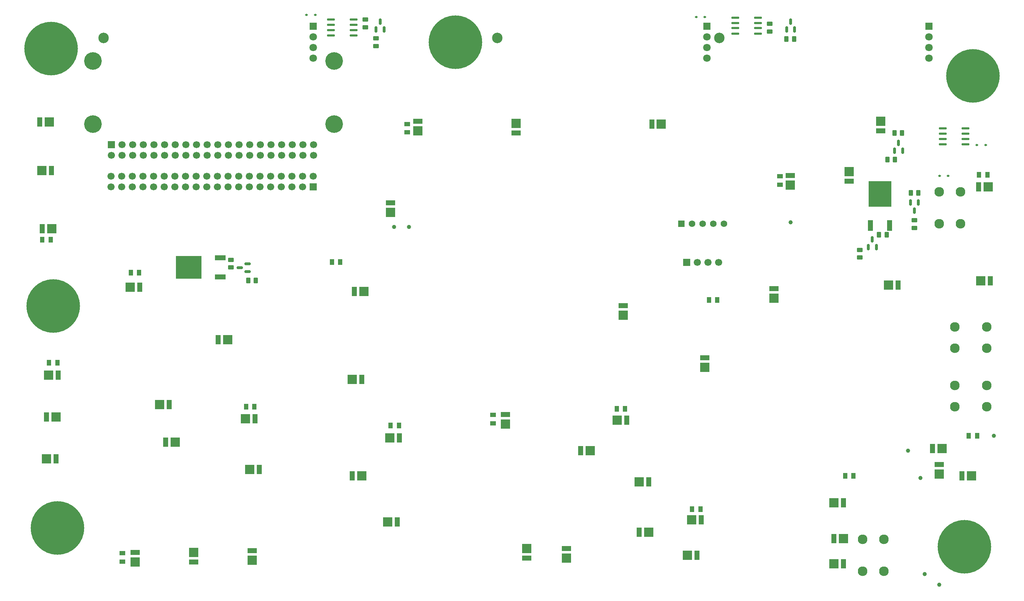
<source format=gbr>
%TF.GenerationSoftware,KiCad,Pcbnew,9.0.2*%
%TF.CreationDate,2025-06-06T12:43:53-05:00*%
%TF.ProjectId,MothBox,4d6f7468-426f-4782-9e6b-696361645f70,5.0.0*%
%TF.SameCoordinates,Original*%
%TF.FileFunction,Soldermask,Top*%
%TF.FilePolarity,Negative*%
%FSLAX46Y46*%
G04 Gerber Fmt 4.6, Leading zero omitted, Abs format (unit mm)*
G04 Created by KiCad (PCBNEW 9.0.2) date 2025-06-06 12:43:53*
%MOMM*%
%LPD*%
G01*
G04 APERTURE LIST*
G04 Aperture macros list*
%AMRoundRect*
0 Rectangle with rounded corners*
0 $1 Rounding radius*
0 $2 $3 $4 $5 $6 $7 $8 $9 X,Y pos of 4 corners*
0 Add a 4 corners polygon primitive as box body*
4,1,4,$2,$3,$4,$5,$6,$7,$8,$9,$2,$3,0*
0 Add four circle primitives for the rounded corners*
1,1,$1+$1,$2,$3*
1,1,$1+$1,$4,$5*
1,1,$1+$1,$6,$7*
1,1,$1+$1,$8,$9*
0 Add four rect primitives between the rounded corners*
20,1,$1+$1,$2,$3,$4,$5,0*
20,1,$1+$1,$4,$5,$6,$7,0*
20,1,$1+$1,$6,$7,$8,$9,0*
20,1,$1+$1,$8,$9,$2,$3,0*%
G04 Aperture macros list end*
%ADD10O,1.950000X0.570000*%
%ADD11R,1.270000X2.540000*%
%ADD12R,5.400000X6.100000*%
%ADD13R,2.540000X1.270000*%
%ADD14R,6.100000X5.400000*%
%ADD15C,1.000000*%
%ADD16C,4.204000*%
%ADD17C,12.800000*%
%ADD18C,2.500000*%
%ADD19C,1.800000*%
%ADD20R,1.800000X1.800000*%
%ADD21R,2.200000X2.200000*%
%ADD22R,2.200000X1.250000*%
%ADD23R,1.130000X1.380000*%
%ADD24R,1.250000X2.200000*%
%ADD25R,1.380000X1.130000*%
%ADD26R,1.700000X1.700000*%
%ADD27C,1.700000*%
%ADD28C,2.300000*%
%ADD29RoundRect,0.150000X0.150000X-0.587500X0.150000X0.587500X-0.150000X0.587500X-0.150000X-0.587500X0*%
%ADD30RoundRect,0.250000X-0.450000X0.262500X-0.450000X-0.262500X0.450000X-0.262500X0.450000X0.262500X0*%
%ADD31RoundRect,0.250000X-0.262500X-0.450000X0.262500X-0.450000X0.262500X0.450000X-0.262500X0.450000X0*%
%ADD32RoundRect,0.150000X-0.150000X0.587500X-0.150000X-0.587500X0.150000X-0.587500X0.150000X0.587500X0*%
%ADD33RoundRect,0.250000X0.262500X0.450000X-0.262500X0.450000X-0.262500X-0.450000X0.262500X-0.450000X0*%
%ADD34RoundRect,0.112500X0.187500X0.112500X-0.187500X0.112500X-0.187500X-0.112500X0.187500X-0.112500X0*%
%ADD35RoundRect,0.112500X-0.187500X-0.112500X0.187500X-0.112500X0.187500X0.112500X-0.187500X0.112500X0*%
%ADD36C,1.570000*%
%ADD37R,1.570000X1.570000*%
%ADD38RoundRect,0.250000X0.450000X-0.262500X0.450000X0.262500X-0.450000X0.262500X-0.450000X-0.262500X0*%
%ADD39RoundRect,0.150000X0.587500X0.150000X-0.587500X0.150000X-0.587500X-0.150000X0.587500X-0.150000X0*%
G04 APERTURE END LIST*
D10*
%TO.C,U12*%
X1790000Y33634329D03*
X1790000Y32364329D03*
X1790000Y31104329D03*
X1790000Y29824329D03*
X7210000Y33634329D03*
X7210000Y32364329D03*
X7210000Y31104329D03*
X7210000Y29824329D03*
%TD*%
%TO.C,U11*%
X103710000Y30324329D03*
X103710000Y31604329D03*
X103710000Y32864329D03*
X103710000Y34134329D03*
X98290000Y30324329D03*
X98290000Y31604329D03*
X98290000Y32864329D03*
X98290000Y34134329D03*
%TD*%
%TO.C,U10*%
X147790000Y7644329D03*
X147790000Y6364329D03*
X147790000Y5104329D03*
X147790000Y3834329D03*
X153210000Y7644329D03*
X153210000Y6364329D03*
X153210000Y5104329D03*
X153210000Y3834329D03*
%TD*%
D11*
%TO.C,Q7*%
X130515000Y-15505671D03*
D12*
X132805000Y-8005671D03*
D11*
X135095000Y-15495671D03*
%TD*%
D13*
%TO.C,Q5*%
X-24660000Y-27803171D03*
D14*
X-32160000Y-25513171D03*
D13*
X-24670000Y-23223171D03*
%TD*%
D15*
%TO.C,TP8*%
X20400000Y-15865671D03*
%TD*%
%TO.C,TP7*%
X16850000Y-15865671D03*
%TD*%
D16*
%TO.C,U18*%
X-55000000Y8734329D03*
X2500000Y8734329D03*
X-55000000Y23734329D03*
X2500000Y23734329D03*
%TD*%
D17*
%TO.C,H8*%
X-64500000Y-34765671D03*
%TD*%
%TO.C,H6*%
X-63500000Y-87765671D03*
%TD*%
%TO.C,H5*%
X153000000Y-92265671D03*
%TD*%
%TO.C,H3*%
X155000000Y20234329D03*
%TD*%
%TO.C,H2*%
X31500000Y28234329D03*
%TD*%
%TO.C,H1*%
X-65000000Y26734329D03*
%TD*%
D18*
%TO.C,A3*%
X-52500000Y29234329D03*
D19*
X-2500000Y24424329D03*
X-2500000Y26964329D03*
X-2500000Y29504329D03*
D20*
X-2500000Y32044329D03*
%TD*%
D18*
%TO.C,A2*%
X94500000Y29234329D03*
D19*
X144500000Y24424329D03*
X144500000Y26964329D03*
X144500000Y29504329D03*
D20*
X144500000Y32044329D03*
%TD*%
D18*
%TO.C,A1*%
X41500000Y29234329D03*
D19*
X91500000Y24424329D03*
X91500000Y26964329D03*
X91500000Y29504329D03*
D20*
X91500000Y32044329D03*
%TD*%
D21*
%TO.C,LED11*%
X133000000Y9374329D03*
D22*
X133000000Y7094329D03*
%TD*%
D15*
%TO.C,TP6*%
X160000000Y-65765671D03*
%TD*%
%TO.C,TP5*%
X111500000Y-14765671D03*
%TD*%
D23*
%TO.C,R53*%
X-65120000Y-18895671D03*
X-67120000Y-18895671D03*
%TD*%
D24*
%TO.C,LED47*%
X-67140000Y-16265671D03*
D21*
X-64860000Y-16265671D03*
%TD*%
D24*
%TO.C,LED48*%
X-64980000Y-2395671D03*
D21*
X-67260000Y-2395671D03*
%TD*%
%TO.C,LED49*%
X-65480000Y9234329D03*
D24*
X-67760000Y9234329D03*
%TD*%
D21*
%TO.C,LED14*%
X46000000Y8874329D03*
D22*
X46000000Y6594329D03*
%TD*%
D23*
%TO.C,R3*%
X92000000Y-33265671D03*
X94000000Y-33265671D03*
%TD*%
D22*
%TO.C,LED8*%
X91000000Y-47125671D03*
D21*
X91000000Y-49405671D03*
%TD*%
D22*
%TO.C,LED7*%
X71500000Y-34625671D03*
D21*
X71500000Y-36905671D03*
%TD*%
D22*
%TO.C,LED6*%
X107500000Y-30625671D03*
D21*
X107500000Y-32905671D03*
%TD*%
D22*
%TO.C,LED10*%
X125500000Y-4905671D03*
D21*
X125500000Y-2625671D03*
%TD*%
D25*
%TO.C,R6*%
X109000000Y-5765671D03*
X109000000Y-3765671D03*
%TD*%
D22*
%TO.C,LED9*%
X111450000Y-3625671D03*
D21*
X111450000Y-5905671D03*
%TD*%
D24*
%TO.C,LED15*%
X78360000Y8734329D03*
D21*
X80640000Y8734329D03*
%TD*%
D22*
%TO.C,LED13*%
X22500000Y9374329D03*
D21*
X22500000Y7094329D03*
%TD*%
D25*
%TO.C,R7*%
X20000000Y6734329D03*
X20000000Y8734329D03*
%TD*%
D26*
%TO.C,U5*%
X-2500000Y-6265671D03*
D27*
X-2500000Y-3725671D03*
X-5040000Y-6265671D03*
X-5040000Y-3725671D03*
X-7580000Y-6265671D03*
X-7580000Y-3725671D03*
X-10120000Y-6265671D03*
X-10120000Y-3725671D03*
X-12660000Y-6265671D03*
X-12660000Y-3725671D03*
X-15200000Y-6265671D03*
X-15200000Y-3725671D03*
X-17740000Y-6265671D03*
X-17740000Y-3725671D03*
X-20280000Y-6265671D03*
X-20280000Y-3725671D03*
X-22820000Y-6265671D03*
X-22820000Y-3725671D03*
X-25360000Y-6265671D03*
X-25360000Y-3725671D03*
X-27900000Y-6265671D03*
X-27900000Y-3725671D03*
X-30440000Y-6265671D03*
X-30440000Y-3725671D03*
X-32980000Y-6265671D03*
X-32980000Y-3725671D03*
X-35520000Y-6265671D03*
X-35520000Y-3725671D03*
X-38060000Y-6265671D03*
X-38060000Y-3725671D03*
X-40600000Y-6265671D03*
X-40600000Y-3725671D03*
X-43140000Y-6265671D03*
X-43140000Y-3725671D03*
X-45680000Y-6265671D03*
X-45680000Y-3725671D03*
X-48220000Y-6265671D03*
X-48220000Y-3725671D03*
X-50760000Y-6265671D03*
X-50760000Y-3725671D03*
%TD*%
D26*
%TO.C,U16*%
X-50630000Y3786829D03*
D27*
X-50630000Y1246829D03*
X-48090000Y3786829D03*
X-48090000Y1246829D03*
X-45550000Y3786829D03*
X-45550000Y1246829D03*
X-43010000Y3786829D03*
X-43010000Y1246829D03*
X-40470000Y3786829D03*
X-40470000Y1246829D03*
X-37930000Y3786829D03*
X-37930000Y1246829D03*
X-35390000Y3786829D03*
X-35390000Y1246829D03*
X-32850000Y3786829D03*
X-32850000Y1246829D03*
X-30310000Y3786829D03*
X-30310000Y1246829D03*
X-27770000Y3786829D03*
X-27770000Y1246829D03*
X-25230000Y3786829D03*
X-25230000Y1246829D03*
X-22690000Y3786829D03*
X-22690000Y1246829D03*
X-20150000Y3786829D03*
X-20150000Y1246829D03*
X-17610000Y3786829D03*
X-17610000Y1246829D03*
X-15070000Y3786829D03*
X-15070000Y1246829D03*
X-12530000Y3786829D03*
X-12530000Y1246829D03*
X-9990000Y3786829D03*
X-9990000Y1246829D03*
X-7450000Y3786829D03*
X-7450000Y1246829D03*
X-4910000Y3786829D03*
X-4910000Y1246829D03*
X-2370000Y3786829D03*
X-2370000Y1246829D03*
%TD*%
D28*
%TO.C,P2*%
X150660000Y-39725671D03*
X158280000Y-39725671D03*
X150660000Y-44805671D03*
X158280000Y-44805671D03*
%TD*%
%TO.C,P3*%
X150660000Y-53725671D03*
X158280000Y-53725671D03*
X150660000Y-58805671D03*
X158280000Y-58805671D03*
%TD*%
%TO.C,P4*%
X146960000Y-15075671D03*
X146960000Y-7455671D03*
X152040000Y-15075671D03*
X152040000Y-7455671D03*
%TD*%
%TO.C,P1*%
X133780000Y-90425671D03*
X133780000Y-98045671D03*
X128700000Y-90425671D03*
X128700000Y-98045671D03*
%TD*%
D15*
%TO.C,TP4*%
X142500000Y-75765671D03*
%TD*%
D21*
%TO.C,LED1*%
X-31000000Y-93625671D03*
D22*
X-31000000Y-95905671D03*
%TD*%
D21*
%TO.C,LED2*%
X-17000000Y-95405671D03*
D22*
X-17000000Y-93125671D03*
%TD*%
D21*
%TO.C,LED3*%
X16000000Y-12405671D03*
D22*
X16000000Y-10125671D03*
%TD*%
D21*
%TO.C,LED4*%
X9640000Y-31265671D03*
D24*
X7360000Y-31265671D03*
%TD*%
D21*
%TO.C,LED5*%
X6860000Y-52265671D03*
D24*
X9140000Y-52265671D03*
%TD*%
D21*
%TO.C,LED12*%
X-45000000Y-95905671D03*
D22*
X-45000000Y-93625671D03*
%TD*%
D21*
%TO.C,LED20*%
X158640000Y-6285671D03*
D24*
X156360000Y-6285671D03*
%TD*%
D21*
%TO.C,LED21*%
X156860000Y-28765671D03*
D24*
X159140000Y-28765671D03*
%TD*%
D21*
%TO.C,LED22*%
X134860000Y-29765671D03*
D24*
X137140000Y-29765671D03*
%TD*%
D21*
%TO.C,LED23*%
X147640000Y-68765671D03*
D24*
X145360000Y-68765671D03*
%TD*%
D21*
%TO.C,LED24*%
X147000000Y-74905671D03*
D22*
X147000000Y-72625671D03*
%TD*%
D21*
%TO.C,LED25*%
X154640000Y-75265671D03*
D24*
X152360000Y-75265671D03*
%TD*%
D21*
%TO.C,LED26*%
X121860000Y-81765671D03*
D24*
X124140000Y-81765671D03*
%TD*%
D21*
%TO.C,LED27*%
X124140000Y-90265671D03*
D24*
X121860000Y-90265671D03*
%TD*%
D21*
%TO.C,LED28*%
X121860000Y-96265671D03*
D24*
X124140000Y-96265671D03*
%TD*%
D21*
%TO.C,LED29*%
X87860000Y-85765671D03*
D24*
X90140000Y-85765671D03*
%TD*%
D21*
%TO.C,LED34*%
X-22860000Y-42765671D03*
D24*
X-25140000Y-42765671D03*
%TD*%
D21*
%TO.C,LED35*%
X-39140000Y-58265671D03*
D24*
X-36860000Y-58265671D03*
%TD*%
D21*
%TO.C,LED36*%
X77640000Y-88765671D03*
D24*
X75360000Y-88765671D03*
%TD*%
D21*
%TO.C,LED37*%
X86860000Y-94265671D03*
D24*
X89140000Y-94265671D03*
%TD*%
D21*
%TO.C,LED38*%
X70109047Y-62015671D03*
D24*
X72389047Y-62015671D03*
%TD*%
D21*
%TO.C,LED39*%
X63640000Y-69265671D03*
D24*
X61360000Y-69265671D03*
%TD*%
D21*
%TO.C,LED40*%
X75360000Y-76765671D03*
D24*
X77640000Y-76765671D03*
%TD*%
D21*
%TO.C,LED41*%
X43400000Y-62905671D03*
D22*
X43400000Y-60625671D03*
%TD*%
D21*
%TO.C,LED42*%
X48500000Y-92625671D03*
D22*
X48500000Y-94905671D03*
%TD*%
D21*
%TO.C,LED43*%
X58000000Y-94905671D03*
D22*
X58000000Y-92625671D03*
%TD*%
D21*
%TO.C,LED44*%
X15860000Y-66265671D03*
D24*
X18140000Y-66265671D03*
%TD*%
D21*
%TO.C,LED45*%
X9140000Y-75265671D03*
D24*
X6860000Y-75265671D03*
%TD*%
D21*
%TO.C,LED46*%
X15360000Y-86265671D03*
D24*
X17640000Y-86265671D03*
%TD*%
D29*
%TO.C,Q8*%
X136322500Y2316829D03*
X138222500Y2316829D03*
X137272500Y4191829D03*
%TD*%
%TO.C,Q9*%
X110550000Y31296829D03*
X112450000Y31296829D03*
X111500000Y33171829D03*
%TD*%
%TO.C,Q10*%
X12550000Y31296829D03*
X14450000Y31296829D03*
X13500000Y33171829D03*
%TD*%
D25*
%TO.C,R51*%
X-48000000Y-93765671D03*
X-48000000Y-95765671D03*
%TD*%
D23*
%TO.C,R52*%
X18000000Y-63265671D03*
X16000000Y-63265671D03*
%TD*%
%TO.C,R55*%
X-16500000Y-58765671D03*
X-18500000Y-58765671D03*
%TD*%
D30*
%TO.C,R66*%
X128000000Y-21353171D03*
X128000000Y-23178171D03*
%TD*%
D31*
%TO.C,R69*%
X132587500Y-17765671D03*
X134412500Y-17765671D03*
%TD*%
D24*
%TO.C,LED16*%
X-63360000Y-51265671D03*
D21*
X-65640000Y-51265671D03*
%TD*%
D24*
%TO.C,LED19*%
X-43860000Y-30265671D03*
D21*
X-46140000Y-30265671D03*
%TD*%
D24*
%TO.C,LED17*%
X-66140000Y-61265671D03*
D21*
X-63860000Y-61265671D03*
%TD*%
D24*
%TO.C,LED18*%
X-63860000Y-71265671D03*
D21*
X-66140000Y-71265671D03*
%TD*%
D30*
%TO.C,R79*%
X12500000Y27321829D03*
X12500000Y29146829D03*
%TD*%
D32*
%TO.C,Q11*%
X141037500Y-11933171D03*
X140087500Y-10058171D03*
X141987500Y-10058171D03*
%TD*%
D33*
%TO.C,R75*%
X134587500Y234329D03*
X136412500Y234329D03*
%TD*%
D30*
%TO.C,R82*%
X141077500Y-16108171D03*
X141077500Y-14283171D03*
%TD*%
D33*
%TO.C,R80*%
X140175000Y-7765671D03*
X142000000Y-7765671D03*
%TD*%
D34*
%TO.C,D31*%
X88950000Y34234329D03*
X91050000Y34234329D03*
%TD*%
D30*
%TO.C,R78*%
X106500000Y30821829D03*
X106500000Y32646829D03*
%TD*%
D35*
%TO.C,D30*%
X158050000Y3734329D03*
X155950000Y3734329D03*
%TD*%
D31*
%TO.C,R76*%
X112345000Y29024329D03*
X110520000Y29024329D03*
%TD*%
D33*
%TO.C,R77*%
X136280000Y6564329D03*
X138105000Y6564329D03*
%TD*%
D30*
%TO.C,R81*%
X10000000Y31821829D03*
X10000000Y33646829D03*
%TD*%
D24*
%TO.C,LED52*%
X-15360000Y-73765671D03*
D21*
X-17640000Y-73765671D03*
%TD*%
D27*
%TO.C,H9*%
X94310000Y-24315671D03*
X91770000Y-24315671D03*
X89230000Y-24315671D03*
D26*
X86690000Y-24315671D03*
%TD*%
D34*
%TO.C,D32*%
X-4050000Y34734329D03*
X-1950000Y34734329D03*
%TD*%
D24*
%TO.C,LED50*%
X-16360000Y-61665671D03*
D21*
X-18640000Y-61665671D03*
%TD*%
D24*
%TO.C,LED51*%
X-37640000Y-67265671D03*
D21*
X-35360000Y-67265671D03*
%TD*%
D35*
%TO.C,D33*%
X149127500Y-3695671D03*
X147027500Y-3695671D03*
%TD*%
D15*
%TO.C,TP1*%
X147000000Y-101265671D03*
%TD*%
%TO.C,TP2*%
X143500000Y-98765671D03*
%TD*%
%TO.C,TP3*%
X139500000Y-69265671D03*
%TD*%
D36*
%TO.C,U17*%
X95580000Y-15065671D03*
X93040000Y-15065671D03*
X90500000Y-15065671D03*
X87960000Y-15065671D03*
D37*
X85420000Y-15065671D03*
%TD*%
D38*
%TO.C,R57*%
X-22072500Y-23693171D03*
X-22072500Y-25518171D03*
%TD*%
D31*
%TO.C,R54*%
X-16160000Y-28605671D03*
X-17985000Y-28605671D03*
%TD*%
D25*
%TO.C,R15*%
X40500000Y-62765671D03*
X40500000Y-60765671D03*
%TD*%
D23*
%TO.C,R14*%
X70000000Y-59265671D03*
X72000000Y-59265671D03*
%TD*%
%TO.C,R13*%
X88000000Y-83265671D03*
X90000000Y-83265671D03*
%TD*%
%TO.C,R12*%
X124500000Y-75265671D03*
X126500000Y-75265671D03*
%TD*%
%TO.C,R11*%
X156000000Y-65765671D03*
X154000000Y-65765671D03*
%TD*%
%TO.C,R10*%
X158500000Y-3385671D03*
X156500000Y-3385671D03*
%TD*%
%TO.C,R9*%
X-46000000Y-26765671D03*
X-44000000Y-26765671D03*
%TD*%
%TO.C,R8*%
X-65500000Y-48265671D03*
X-63500000Y-48265671D03*
%TD*%
%TO.C,R2*%
X4000000Y-24265671D03*
X2000000Y-24265671D03*
%TD*%
D29*
%TO.C,Q6*%
X131000000Y-18828171D03*
X131950000Y-20703171D03*
X130050000Y-20703171D03*
%TD*%
D39*
%TO.C,Q4*%
X-20010000Y-25605671D03*
X-18135000Y-24655671D03*
X-18135000Y-26555671D03*
%TD*%
M02*

</source>
